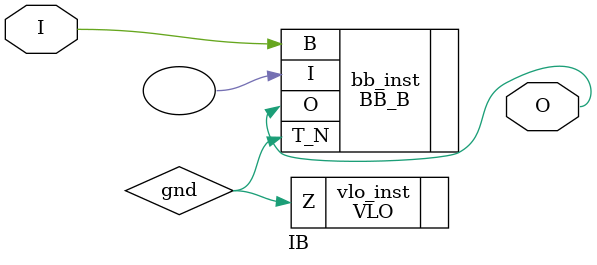
<source format=v>
`timescale 1ns/1ns
module IB(I, O); // synthesis syn_black_box black_box_pad_pin="I"
    (* \desc = "Data from pad" *)
    input I;
    (* \desc = "Data to fabric" *)
    output O;

    wire gnd;

    VLO vlo_inst(.Z(gnd));
    BB_B bb_inst(.B(I), .O(O), .T_N(gnd), .I());
endmodule

</source>
